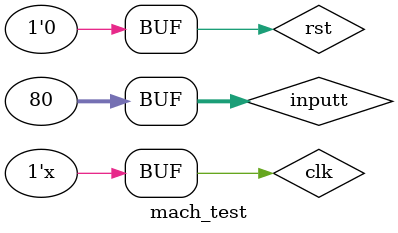
<source format=v>

module mach_test;
  reg clk,rst;
  reg [31:0]inputt;
  
  mach ma(clk,rst,inputt);
  
  initial
  begin
    `ifdef DEBUG
    $display("\t\t\t\t DEBUG");
    `else
    $display("\t\t\t\t lzl");
    `endif
    $display("\t\t\t\t 18061225");
    
    
    clk=0;rst=0;inputt=32'd5;
    #5 rst=1;
    #5 rst=0;
  
    
    #12000 inputt=32'd80;
    
  end  
  
  always
    #25 clk=~clk;
    
 endmodule   



</source>
